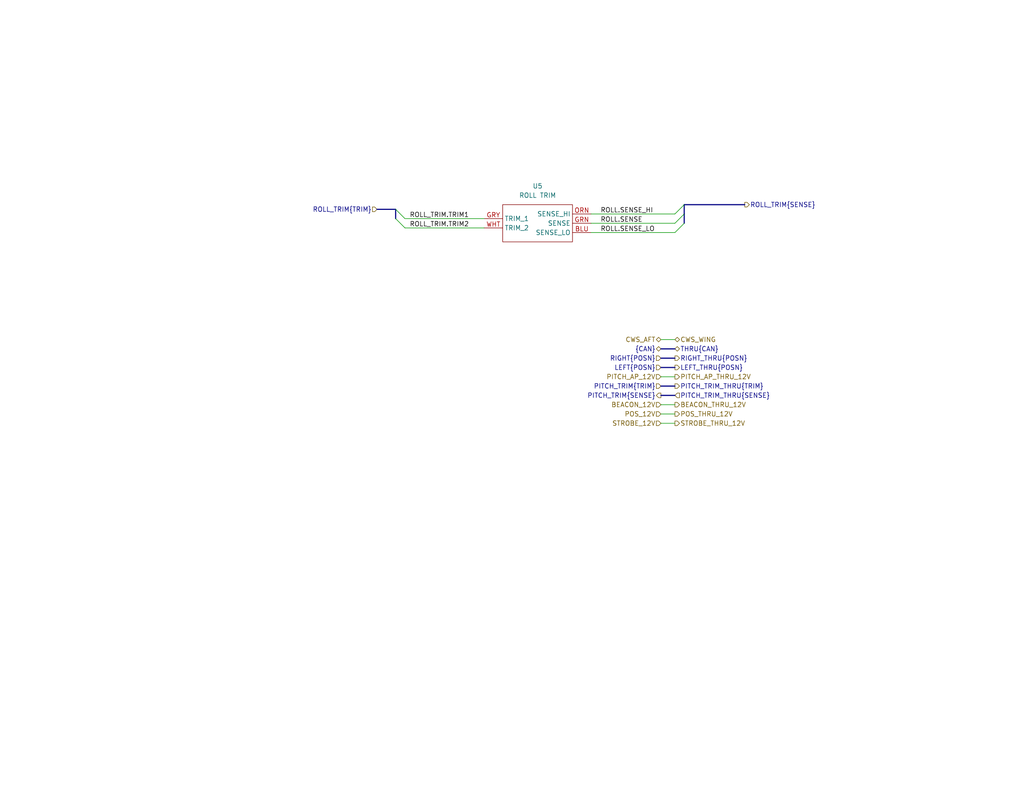
<source format=kicad_sch>
(kicad_sch (version 20250114) (generator "eeschema") (generator_version "9.0")
  (paper "USLetter")
  (title_block (title "RV-7 Electrical") (date "2025-08-19") (rev "1") (company "Ivan Dubrov"))
  (lib_symbols
    (symbol "Misc:RAY_ALLEN_T2_TRIM"
      (property "Reference" "U" (at 0 0 0))
      (symbol "RAY_ALLEN_T2_TRIM_0_1"
        (rectangle (start -10.16 -1.27) (end 8.89 -11.43))
      )
      (symbol "RAY_ALLEN_T2_TRIM_1_0"
        (pin input line (at -15.24 -5.08 0) (length 5.08) (name "TRIM_1") (number "GRY"))
        (pin input line (at -15.24 -7.62 0) (length 5.08) (name "TRIM_2") (number "WHT"))
        (pin bidirectional line (at 13.97 -3.81 180) (length 5.08) (name "SENSE_HI") (number "ORN"))
        (pin bidirectional line (at 13.97 -6.35 180) (length 5.08) (name "SENSE") (number "GRN"))
        (pin bidirectional line (at 13.97 -8.89 180) (length 5.08) (name "SENSE_LO") (number "BLU"))
      )
    )
  )
  (bus_entry (at 107.95 57.15) (size 2.54 2.54))
  (bus_entry (at 186.69 55.88) (size -2.54 2.54))
  (bus_entry (at 186.69 58.42) (size -2.54 2.54))
  (bus_entry (at 186.69 60.96) (size -2.54 2.54))
  (bus_entry (at 107.95 59.69) (size 2.54 2.54))
  (wire (pts (xy 110.49 59.69) (xy 132.08 59.69)))
  (bus (pts (xy 102.87 57.15) (xy 107.95 57.15)))
  (wire (pts (xy 180.34 113.03) (xy 184.15 113.03)))
  (bus (pts (xy 180.34 97.79) (xy 184.15 97.79)))
  (wire (pts (xy 161.29 63.5) (xy 184.15 63.5)))
  (bus (pts (xy 180.34 100.33) (xy 184.15 100.33)))
  (bus (pts (xy 186.69 55.88) (xy 203.2 55.88)))
  (bus (pts (xy 107.95 59.69) (xy 107.95 57.15)))
  (bus (pts (xy 180.34 105.41) (xy 184.15 105.41)))
  (wire (pts (xy 161.29 60.96) (xy 184.15 60.96)))
  (wire (pts (xy 161.29 58.42) (xy 184.15 58.42)))
  (wire (pts (xy 110.49 62.23) (xy 132.08 62.23)))
  (wire (pts (xy 180.34 115.57) (xy 184.15 115.57)))
  (bus (pts (xy 186.69 55.88) (xy 186.69 58.42)))
  (bus (pts (xy 180.34 107.95) (xy 184.15 107.95)))
  (bus (pts (xy 186.69 58.42) (xy 186.69 60.96)))
  (wire (pts (xy 180.34 110.49) (xy 184.15 110.49)))
  (wire (pts (xy 180.34 92.71) (xy 184.15 92.71)))
  (bus (pts (xy 180.34 95.25) (xy 184.15 95.25)))
  (wire (pts (xy 180.34 102.87) (xy 184.15 102.87)))
  (label "ROLL_TRIM.TRIM2" (at 111.76 62.23 0))
  (label "ROLL.SENSE_HI" (at 163.83 58.42 0))
  (label "ROLL.SENSE" (at 163.83 60.96 0))
  (label "ROLL_TRIM.TRIM1" (at 111.76 59.69 0))
  (label "ROLL.SENSE_LO" (at 163.83 63.5 0))
  (hierarchical_label "RIGHT_THRU{POSN}" (shape output) (at 184.15 97.79 0))
  (hierarchical_label "PITCH_TRIM{SENSE}" (shape output) (at 180.34 107.95 180))
  (hierarchical_label "ROLL_TRIM{SENSE}" (shape output) (at 203.2 55.88 0))
  (hierarchical_label "LEFT{POSN}" (shape input) (at 180.34 100.33 180))
  (hierarchical_label "PITCH_AP_THRU_12V" (shape output) (at 184.15 102.87 0))
  (hierarchical_label "CWS_AFT" (shape bidirectional) (at 180.34 92.71 180))
  (hierarchical_label "CWS_WING" (shape bidirectional) (at 184.15 92.71 0))
  (hierarchical_label "RIGHT{POSN}" (shape input) (at 180.34 97.79 180))
  (hierarchical_label "STROBE_12V" (shape input) (at 180.34 115.57 180))
  (hierarchical_label "ROLL_TRIM{TRIM}" (shape input) (at 102.87 57.15 180))
  (hierarchical_label "PITCH_TRIM{TRIM}" (shape input) (at 180.34 105.41 180))
  (hierarchical_label "THRU{CAN}" (shape bidirectional) (at 184.15 95.25 0))
  (hierarchical_label "POS_12V" (shape input) (at 180.34 113.03 180))
  (hierarchical_label "POS_THRU_12V" (shape output) (at 184.15 113.03 0))
  (hierarchical_label "BEACON_THRU_12V" (shape output) (at 184.15 110.49 0))
  (hierarchical_label "{CAN}" (shape bidirectional) (at 180.34 95.25 180))
  (hierarchical_label "STROBE_THRU_12V" (shape output) (at 184.15 115.57 0))
  (hierarchical_label "LEFT_THRU{POSN}" (shape output) (at 184.15 100.33 0))
  (hierarchical_label "PITCH_TRIM_THRU{SENSE}" (shape input) (at 184.15 107.95 0))
  (hierarchical_label "PITCH_TRIM_THRU{TRIM}" (shape output) (at 184.15 105.41 0))
  (hierarchical_label "PITCH_AP_12V" (shape input) (at 180.34 102.87 180))
  (hierarchical_label "BEACON_12V" (shape input) (at 180.34 110.49 180))
  (symbol (lib_id "Misc:RAY_ALLEN_T2_TRIM") (at 147.32 54.61 0) (unit 1)
    (property "Reference" "U5" (at 146.685 50.8 0))
    (property "Value" "ROLL TRIM" (at 146.685 53.34 0))
  )
)
</source>
